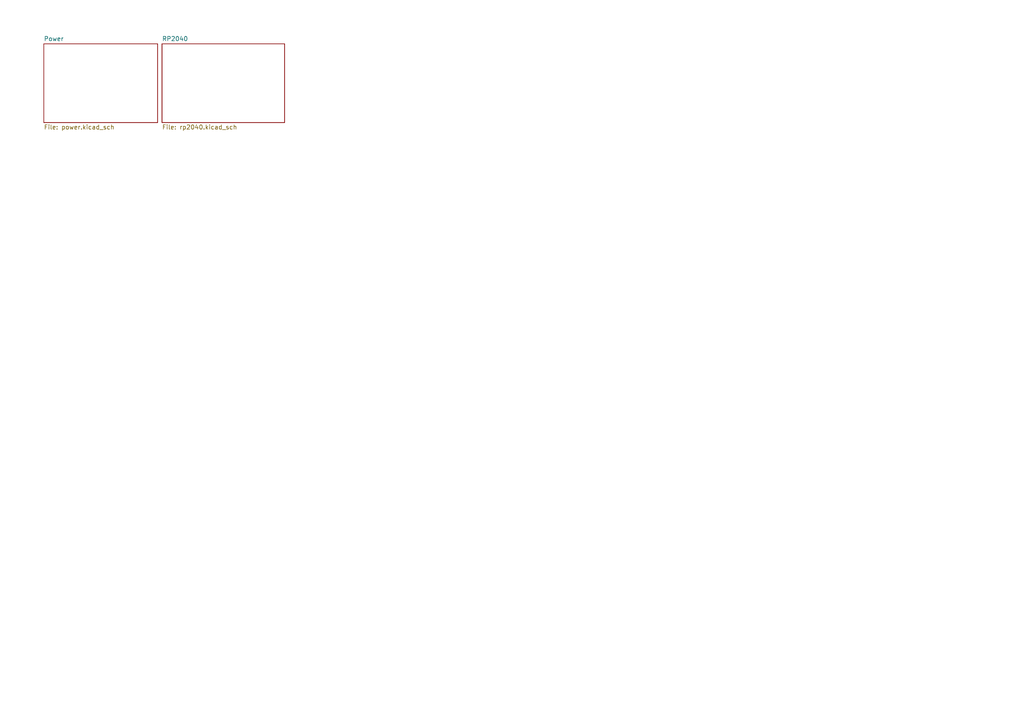
<source format=kicad_sch>
(kicad_sch
	(version 20250114)
	(generator "eeschema")
	(generator_version "9.0")
	(uuid "36f98e0b-03c8-47d1-9b6f-a29babd2cb0f")
	(paper "A4")
	(title_block
		(title "Nixie Clock")
		(company "Sean Outram")
	)
	(lib_symbols)
	(sheet
		(at 46.99 12.7)
		(size 35.56 22.86)
		(exclude_from_sim no)
		(in_bom yes)
		(on_board yes)
		(dnp no)
		(fields_autoplaced yes)
		(stroke
			(width 0.1524)
			(type solid)
		)
		(fill
			(color 0 0 0 0.0000)
		)
		(uuid "43574280-2a0c-4888-8270-6d76e7e79f2b")
		(property "Sheetname" "RP2040"
			(at 46.99 11.9884 0)
			(effects
				(font
					(size 1.27 1.27)
				)
				(justify left bottom)
			)
		)
		(property "Sheetfile" "rp2040.kicad_sch"
			(at 46.99 36.1446 0)
			(effects
				(font
					(size 1.27 1.27)
				)
				(justify left top)
			)
		)
		(instances
			(project "nixieclock"
				(path "/36f98e0b-03c8-47d1-9b6f-a29babd2cb0f"
					(page "3")
				)
			)
		)
	)
	(sheet
		(at 12.7 12.7)
		(size 33.02 22.86)
		(exclude_from_sim no)
		(in_bom yes)
		(on_board yes)
		(dnp no)
		(fields_autoplaced yes)
		(stroke
			(width 0.1524)
			(type solid)
		)
		(fill
			(color 0 0 0 0.0000)
		)
		(uuid "ffc627ec-e4cb-4bbf-b62f-be5668cd21bf")
		(property "Sheetname" "Power"
			(at 12.7 11.9884 0)
			(effects
				(font
					(size 1.27 1.27)
				)
				(justify left bottom)
			)
		)
		(property "Sheetfile" "power.kicad_sch"
			(at 12.7 36.1446 0)
			(effects
				(font
					(size 1.27 1.27)
				)
				(justify left top)
			)
		)
		(instances
			(project "nixieclock"
				(path "/36f98e0b-03c8-47d1-9b6f-a29babd2cb0f"
					(page "2")
				)
			)
		)
	)
	(sheet_instances
		(path "/"
			(page "1")
		)
	)
	(embedded_fonts no)
)

</source>
